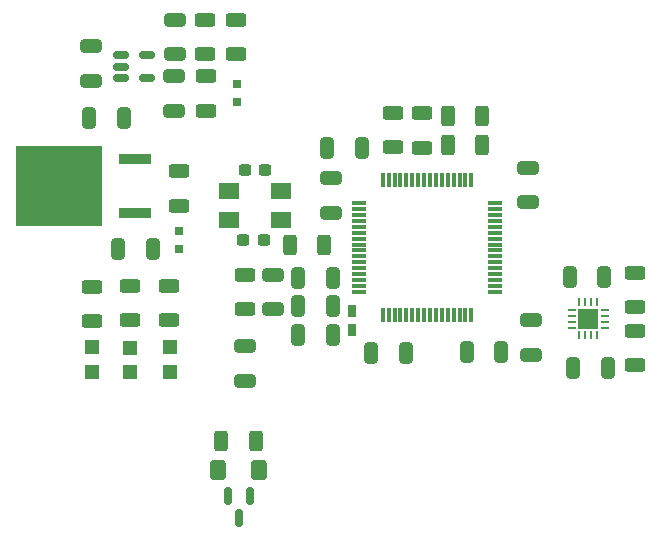
<source format=gbr>
%TF.GenerationSoftware,KiCad,Pcbnew,8.0.6*%
%TF.CreationDate,2025-07-11T21:38:47-04:00*%
%TF.ProjectId,receiver,72656365-6976-4657-922e-6b696361645f,rev?*%
%TF.SameCoordinates,Original*%
%TF.FileFunction,Paste,Top*%
%TF.FilePolarity,Positive*%
%FSLAX46Y46*%
G04 Gerber Fmt 4.6, Leading zero omitted, Abs format (unit mm)*
G04 Created by KiCad (PCBNEW 8.0.6) date 2025-07-11 21:38:47*
%MOMM*%
%LPD*%
G01*
G04 APERTURE LIST*
G04 Aperture macros list*
%AMRoundRect*
0 Rectangle with rounded corners*
0 $1 Rounding radius*
0 $2 $3 $4 $5 $6 $7 $8 $9 X,Y pos of 4 corners*
0 Add a 4 corners polygon primitive as box body*
4,1,4,$2,$3,$4,$5,$6,$7,$8,$9,$2,$3,0*
0 Add four circle primitives for the rounded corners*
1,1,$1+$1,$2,$3*
1,1,$1+$1,$4,$5*
1,1,$1+$1,$6,$7*
1,1,$1+$1,$8,$9*
0 Add four rect primitives between the rounded corners*
20,1,$1+$1,$2,$3,$4,$5,0*
20,1,$1+$1,$4,$5,$6,$7,0*
20,1,$1+$1,$6,$7,$8,$9,0*
20,1,$1+$1,$8,$9,$2,$3,0*%
G04 Aperture macros list end*
%ADD10RoundRect,0.150000X-0.512500X-0.150000X0.512500X-0.150000X0.512500X0.150000X-0.512500X0.150000X0*%
%ADD11RoundRect,0.250000X0.325000X0.650000X-0.325000X0.650000X-0.325000X-0.650000X0.325000X-0.650000X0*%
%ADD12RoundRect,0.237500X0.300000X0.237500X-0.300000X0.237500X-0.300000X-0.237500X0.300000X-0.237500X0*%
%ADD13R,0.711200X0.254000*%
%ADD14R,0.254000X0.711200*%
%ADD15R,1.676400X1.676400*%
%ADD16R,0.800000X0.800000*%
%ADD17RoundRect,0.250000X0.650000X-0.325000X0.650000X0.325000X-0.650000X0.325000X-0.650000X-0.325000X0*%
%ADD18RoundRect,0.250000X0.312500X0.625000X-0.312500X0.625000X-0.312500X-0.625000X0.312500X-0.625000X0*%
%ADD19RoundRect,0.250000X-0.325000X-0.650000X0.325000X-0.650000X0.325000X0.650000X-0.325000X0.650000X0*%
%ADD20R,1.200000X1.200000*%
%ADD21RoundRect,0.250000X0.625000X-0.312500X0.625000X0.312500X-0.625000X0.312500X-0.625000X-0.312500X0*%
%ADD22RoundRect,0.250000X-0.625000X0.312500X-0.625000X-0.312500X0.625000X-0.312500X0.625000X0.312500X0*%
%ADD23RoundRect,0.250000X-0.650000X0.325000X-0.650000X-0.325000X0.650000X-0.325000X0.650000X0.325000X0*%
%ADD24RoundRect,0.250000X-0.312500X-0.625000X0.312500X-0.625000X0.312500X0.625000X-0.312500X0.625000X0*%
%ADD25RoundRect,0.150000X-0.150000X0.587500X-0.150000X-0.587500X0.150000X-0.587500X0.150000X0.587500X0*%
%ADD26R,1.193800X0.304800*%
%ADD27R,0.304800X1.193800*%
%ADD28RoundRect,0.250000X-0.400000X-0.600000X0.400000X-0.600000X0.400000X0.600000X-0.400000X0.600000X0*%
%ADD29RoundRect,0.237500X-0.300000X-0.237500X0.300000X-0.237500X0.300000X0.237500X-0.300000X0.237500X0*%
%ADD30R,0.800000X1.000000*%
%ADD31R,1.800000X1.400000*%
%ADD32R,2.794000X0.939800*%
%ADD33R,7.239000X6.832600*%
G04 APERTURE END LIST*
D10*
%TO.C,U3*%
X137505713Y-43258876D03*
X137505713Y-44208876D03*
X137505713Y-45158876D03*
X139780713Y-45158876D03*
X139780713Y-43258876D03*
%TD*%
D11*
%TO.C,STM_C9*%
X155463978Y-66908813D03*
X152513978Y-66908813D03*
%TD*%
D12*
%TO.C,CSTL_C1*%
X149732286Y-52985967D03*
X148007286Y-52985967D03*
%TD*%
D13*
%TO.C,U4*%
X175717012Y-64805490D03*
X175717012Y-65305491D03*
X175717012Y-65805491D03*
X175717012Y-66305492D03*
D14*
X176364011Y-66952491D03*
X176864012Y-66952491D03*
X177364012Y-66952491D03*
X177864013Y-66952491D03*
D13*
X178511012Y-66305492D03*
X178511012Y-65805491D03*
X178511012Y-65305491D03*
X178511012Y-64805490D03*
D14*
X177864013Y-64158491D03*
X177364012Y-64158491D03*
X176864012Y-64158491D03*
X176364011Y-64158491D03*
D15*
X177114012Y-65555491D03*
%TD*%
D16*
%TO.C,PWR_D2*%
X147367667Y-47223728D03*
X147367667Y-45723728D03*
%TD*%
D17*
%TO.C,PWR_C4*%
X135026464Y-45438578D03*
X135026464Y-42488578D03*
%TD*%
D18*
%TO.C,PWR_R5*%
X148969020Y-75891804D03*
X146044020Y-75891804D03*
%TD*%
D19*
%TO.C,MLX_C1*%
X175803570Y-69693425D03*
X178753570Y-69693425D03*
%TD*%
D11*
%TO.C,STM_C3*%
X161696298Y-68439425D03*
X158746298Y-68439425D03*
%TD*%
D20*
%TO.C,D3*%
X138338584Y-70109789D03*
X138338584Y-68009789D03*
%TD*%
D11*
%TO.C,STM_C4*%
X169748575Y-68339953D03*
X166798575Y-68339953D03*
%TD*%
D19*
%TO.C,STM_C1*%
X155007712Y-51061894D03*
X157957712Y-51061894D03*
%TD*%
D21*
%TO.C,S_R1*%
X148058437Y-64739000D03*
X148058437Y-61814000D03*
%TD*%
D11*
%TO.C,STM_C8*%
X155462380Y-64516701D03*
X152512380Y-64516701D03*
%TD*%
D22*
%TO.C,LED_R1*%
X135077166Y-62842584D03*
X135077166Y-65767584D03*
%TD*%
D23*
%TO.C,PWR_C5*%
X142068536Y-45003548D03*
X142068536Y-47953548D03*
%TD*%
D22*
%TO.C,PWR_R1*%
X142468240Y-53063899D03*
X142468240Y-55988899D03*
%TD*%
D20*
%TO.C,D4*%
X141662307Y-70087366D03*
X141662307Y-67987366D03*
%TD*%
D24*
%TO.C,S_R4*%
X151814828Y-59281044D03*
X154739828Y-59281044D03*
%TD*%
D23*
%TO.C,S_C10*%
X150425699Y-61813960D03*
X150425699Y-64763960D03*
%TD*%
D22*
%TO.C,I2C_R2*%
X163029926Y-48139458D03*
X163029926Y-51064458D03*
%TD*%
%TO.C,PWR_R4*%
X144715543Y-45015263D03*
X144715543Y-47940263D03*
%TD*%
D18*
%TO.C,STM_R2*%
X168123279Y-48387765D03*
X165198279Y-48387765D03*
%TD*%
D11*
%TO.C,S_C7*%
X155473936Y-62136145D03*
X152523936Y-62136145D03*
%TD*%
D16*
%TO.C,PWR_D1*%
X142471913Y-59633230D03*
X142471913Y-58133230D03*
%TD*%
D22*
%TO.C,LED_R2*%
X138322256Y-62755372D03*
X138322256Y-65680372D03*
%TD*%
%TO.C,PWR_R3*%
X147289663Y-40251263D03*
X147289663Y-43176263D03*
%TD*%
D21*
%TO.C,PWR_R2*%
X144694659Y-43156824D03*
X144694659Y-40231824D03*
%TD*%
D20*
%TO.C,D2*%
X135052420Y-70087366D03*
X135052420Y-67987366D03*
%TD*%
D22*
%TO.C,LED_R3*%
X141587184Y-62748610D03*
X141587184Y-65673610D03*
%TD*%
%TO.C,I2C_R1*%
X160536657Y-48120676D03*
X160536657Y-51045676D03*
%TD*%
D19*
%TO.C,PWR_C1*%
X137321034Y-59673929D03*
X140271034Y-59673929D03*
%TD*%
D25*
%TO.C,Q2*%
X147547661Y-82465535D03*
X148497661Y-80590535D03*
X146597661Y-80590535D03*
%TD*%
D17*
%TO.C,S_C2*%
X155331844Y-56574983D03*
X155331844Y-53624983D03*
%TD*%
D21*
%TO.C,MLX_R1*%
X181101648Y-64588437D03*
X181101648Y-61663437D03*
%TD*%
D26*
%TO.C,U1*%
X157705292Y-55777273D03*
X157705292Y-56277272D03*
X157705292Y-56777273D03*
X157705292Y-57277272D03*
X157705292Y-57777274D03*
X157705292Y-58277273D03*
X157705292Y-58777272D03*
X157705292Y-59277273D03*
X157705292Y-59777273D03*
X157705292Y-60277274D03*
X157705292Y-60777273D03*
X157705292Y-61277272D03*
X157705292Y-61777274D03*
X157705292Y-62277273D03*
X157705292Y-62777274D03*
X157705292Y-63277273D03*
D27*
X159705291Y-65277272D03*
X160205290Y-65277272D03*
X160705291Y-65277272D03*
X161205290Y-65277272D03*
X161705292Y-65277272D03*
X162205291Y-65277272D03*
X162705290Y-65277272D03*
X163205291Y-65277272D03*
X163705291Y-65277272D03*
X164205292Y-65277272D03*
X164705291Y-65277272D03*
X165205290Y-65277272D03*
X165705292Y-65277272D03*
X166205291Y-65277272D03*
X166705292Y-65277272D03*
X167205291Y-65277272D03*
D26*
X169205290Y-63277273D03*
X169205290Y-62777274D03*
X169205290Y-62277273D03*
X169205290Y-61777274D03*
X169205290Y-61277272D03*
X169205290Y-60777273D03*
X169205290Y-60277274D03*
X169205290Y-59777273D03*
X169205290Y-59277273D03*
X169205290Y-58777272D03*
X169205290Y-58277273D03*
X169205290Y-57777274D03*
X169205290Y-57277272D03*
X169205290Y-56777273D03*
X169205290Y-56277272D03*
X169205290Y-55777273D03*
D27*
X167205291Y-53777274D03*
X166705292Y-53777274D03*
X166205291Y-53777274D03*
X165705292Y-53777274D03*
X165205290Y-53777274D03*
X164705291Y-53777274D03*
X164205292Y-53777274D03*
X163705291Y-53777274D03*
X163205291Y-53777274D03*
X162705290Y-53777274D03*
X162205291Y-53777274D03*
X161705292Y-53777274D03*
X161205290Y-53777274D03*
X160705291Y-53777274D03*
X160205290Y-53777274D03*
X159705291Y-53777274D03*
%TD*%
D23*
%TO.C,MLX_C3*%
X148077387Y-67899531D03*
X148077387Y-70849531D03*
%TD*%
D24*
%TO.C,STM_R3*%
X165198279Y-50826667D03*
X168123279Y-50826667D03*
%TD*%
D22*
%TO.C,MLX_R2*%
X181073615Y-66574040D03*
X181073615Y-69499040D03*
%TD*%
D17*
%TO.C,PWR_C3*%
X142094537Y-43176394D03*
X142094537Y-40226394D03*
%TD*%
D28*
%TO.C,D1*%
X145751950Y-78346927D03*
X149251950Y-78346927D03*
%TD*%
D11*
%TO.C,PWR_C2*%
X137785048Y-48570026D03*
X134835048Y-48570026D03*
%TD*%
D19*
%TO.C,MLX_C2*%
X175526094Y-62036645D03*
X178476094Y-62036645D03*
%TD*%
D29*
%TO.C,CSTL_C2*%
X147898619Y-58931564D03*
X149623619Y-58931564D03*
%TD*%
D17*
%TO.C,STM_C6*%
X172225878Y-68651368D03*
X172225878Y-65701368D03*
%TD*%
D23*
%TO.C,STM_C5*%
X172043004Y-52758197D03*
X172043004Y-55708197D03*
%TD*%
D30*
%TO.C,FB1*%
X157084414Y-66518535D03*
X157084414Y-64918535D03*
%TD*%
D31*
%TO.C,Y1*%
X151085309Y-54766527D03*
X151085309Y-57166527D03*
X146685309Y-57166527D03*
X146685309Y-54766527D03*
%TD*%
D32*
%TO.C,U2*%
X138769342Y-56573293D03*
D33*
X132254242Y-54283292D03*
D32*
X138769342Y-51993291D03*
%TD*%
M02*

</source>
